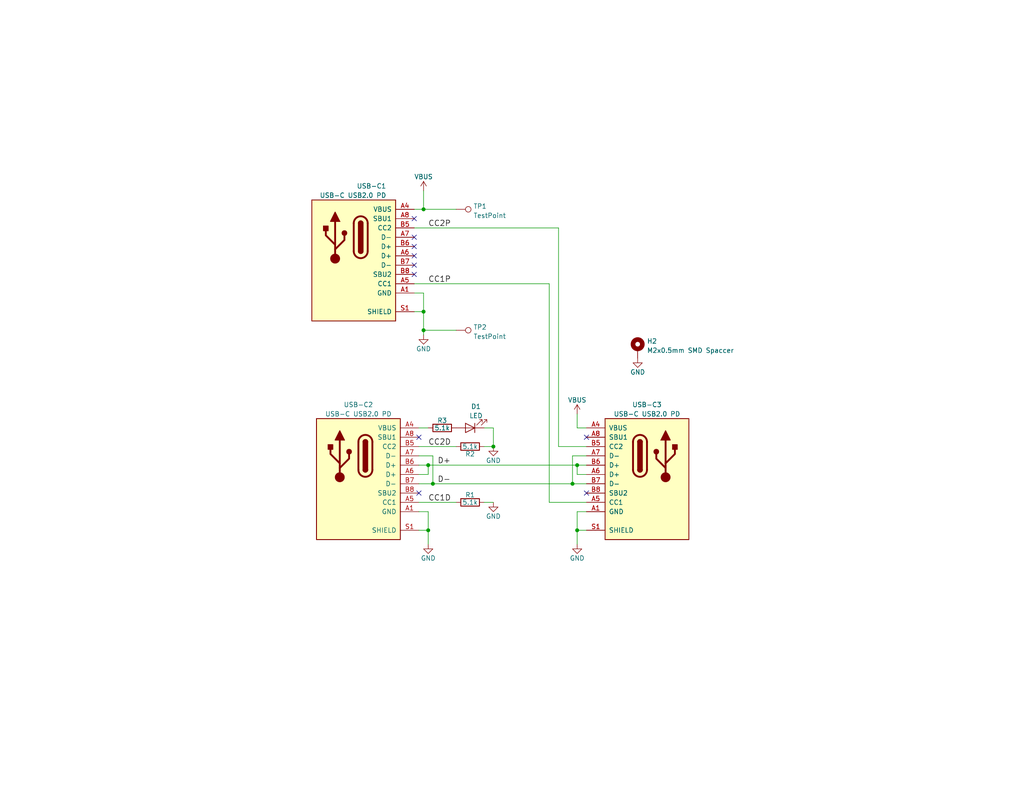
<source format=kicad_sch>
(kicad_sch (version 20230121) (generator eeschema)

  (uuid 9c9ff308-9f05-4495-8829-b9ddd550c875)

  (paper "USLetter")

  (title_block
    (title "PD-injector")
    (date "2022-09-27")
    (rev "V0.1")
  )

  (lib_symbols
    (symbol "Connector:TestPoint" (pin_numbers hide) (pin_names (offset 0.762) hide) (in_bom yes) (on_board yes)
      (property "Reference" "TP" (at 0 6.858 0)
        (effects (font (size 1.27 1.27)))
      )
      (property "Value" "TestPoint" (at 0 5.08 0)
        (effects (font (size 1.27 1.27)))
      )
      (property "Footprint" "" (at 5.08 0 0)
        (effects (font (size 1.27 1.27)) hide)
      )
      (property "Datasheet" "~" (at 5.08 0 0)
        (effects (font (size 1.27 1.27)) hide)
      )
      (property "ki_keywords" "test point tp" (at 0 0 0)
        (effects (font (size 1.27 1.27)) hide)
      )
      (property "ki_description" "test point" (at 0 0 0)
        (effects (font (size 1.27 1.27)) hide)
      )
      (property "ki_fp_filters" "Pin* Test*" (at 0 0 0)
        (effects (font (size 1.27 1.27)) hide)
      )
      (symbol "TestPoint_0_1"
        (circle (center 0 3.302) (radius 0.762)
          (stroke (width 0) (type default))
          (fill (type none))
        )
      )
      (symbol "TestPoint_1_1"
        (pin passive line (at 0 0 90) (length 2.54)
          (name "1" (effects (font (size 1.27 1.27))))
          (number "1" (effects (font (size 1.27 1.27))))
        )
      )
    )
    (symbol "Device:LED" (pin_numbers hide) (pin_names (offset 1.016) hide) (in_bom yes) (on_board yes)
      (property "Reference" "D" (at 0 2.54 0)
        (effects (font (size 1.27 1.27)))
      )
      (property "Value" "LED" (at 0 -2.54 0)
        (effects (font (size 1.27 1.27)))
      )
      (property "Footprint" "" (at 0 0 0)
        (effects (font (size 1.27 1.27)) hide)
      )
      (property "Datasheet" "~" (at 0 0 0)
        (effects (font (size 1.27 1.27)) hide)
      )
      (property "ki_keywords" "LED diode" (at 0 0 0)
        (effects (font (size 1.27 1.27)) hide)
      )
      (property "ki_description" "Light emitting diode" (at 0 0 0)
        (effects (font (size 1.27 1.27)) hide)
      )
      (property "ki_fp_filters" "LED* LED_SMD:* LED_THT:*" (at 0 0 0)
        (effects (font (size 1.27 1.27)) hide)
      )
      (symbol "LED_0_1"
        (polyline
          (pts
            (xy -1.27 -1.27)
            (xy -1.27 1.27)
          )
          (stroke (width 0.2032) (type default))
          (fill (type none))
        )
        (polyline
          (pts
            (xy -1.27 0)
            (xy 1.27 0)
          )
          (stroke (width 0) (type default))
          (fill (type none))
        )
        (polyline
          (pts
            (xy 1.27 -1.27)
            (xy 1.27 1.27)
            (xy -1.27 0)
            (xy 1.27 -1.27)
          )
          (stroke (width 0.2032) (type default))
          (fill (type none))
        )
        (polyline
          (pts
            (xy -3.048 -0.762)
            (xy -4.572 -2.286)
            (xy -3.81 -2.286)
            (xy -4.572 -2.286)
            (xy -4.572 -1.524)
          )
          (stroke (width 0) (type default))
          (fill (type none))
        )
        (polyline
          (pts
            (xy -1.778 -0.762)
            (xy -3.302 -2.286)
            (xy -2.54 -2.286)
            (xy -3.302 -2.286)
            (xy -3.302 -1.524)
          )
          (stroke (width 0) (type default))
          (fill (type none))
        )
      )
      (symbol "LED_1_1"
        (pin passive line (at -3.81 0 0) (length 2.54)
          (name "K" (effects (font (size 1.27 1.27))))
          (number "1" (effects (font (size 1.27 1.27))))
        )
        (pin passive line (at 3.81 0 180) (length 2.54)
          (name "A" (effects (font (size 1.27 1.27))))
          (number "2" (effects (font (size 1.27 1.27))))
        )
      )
    )
    (symbol "Device:R" (pin_numbers hide) (pin_names (offset 0)) (in_bom yes) (on_board yes)
      (property "Reference" "R" (at 2.032 0 90)
        (effects (font (size 1.27 1.27)))
      )
      (property "Value" "R" (at 0 0 90)
        (effects (font (size 1.27 1.27)))
      )
      (property "Footprint" "" (at -1.778 0 90)
        (effects (font (size 1.27 1.27)) hide)
      )
      (property "Datasheet" "~" (at 0 0 0)
        (effects (font (size 1.27 1.27)) hide)
      )
      (property "ki_keywords" "R res resistor" (at 0 0 0)
        (effects (font (size 1.27 1.27)) hide)
      )
      (property "ki_description" "Resistor" (at 0 0 0)
        (effects (font (size 1.27 1.27)) hide)
      )
      (property "ki_fp_filters" "R_*" (at 0 0 0)
        (effects (font (size 1.27 1.27)) hide)
      )
      (symbol "R_0_1"
        (rectangle (start -1.016 -2.54) (end 1.016 2.54)
          (stroke (width 0.254) (type default))
          (fill (type none))
        )
      )
      (symbol "R_1_1"
        (pin passive line (at 0 3.81 270) (length 1.27)
          (name "~" (effects (font (size 1.27 1.27))))
          (number "1" (effects (font (size 1.27 1.27))))
        )
        (pin passive line (at 0 -3.81 90) (length 1.27)
          (name "~" (effects (font (size 1.27 1.27))))
          (number "2" (effects (font (size 1.27 1.27))))
        )
      )
    )
    (symbol "Mechanical:MountingHole_Pad" (pin_numbers hide) (pin_names (offset 1.016) hide) (in_bom yes) (on_board yes)
      (property "Reference" "H" (at 0 6.35 0)
        (effects (font (size 1.27 1.27)))
      )
      (property "Value" "MountingHole_Pad" (at 0 4.445 0)
        (effects (font (size 1.27 1.27)))
      )
      (property "Footprint" "" (at 0 0 0)
        (effects (font (size 1.27 1.27)) hide)
      )
      (property "Datasheet" "~" (at 0 0 0)
        (effects (font (size 1.27 1.27)) hide)
      )
      (property "ki_keywords" "mounting hole" (at 0 0 0)
        (effects (font (size 1.27 1.27)) hide)
      )
      (property "ki_description" "Mounting Hole with connection" (at 0 0 0)
        (effects (font (size 1.27 1.27)) hide)
      )
      (property "ki_fp_filters" "MountingHole*Pad*" (at 0 0 0)
        (effects (font (size 1.27 1.27)) hide)
      )
      (symbol "MountingHole_Pad_0_1"
        (circle (center 0 1.27) (radius 1.27)
          (stroke (width 1.27) (type default))
          (fill (type none))
        )
      )
      (symbol "MountingHole_Pad_1_1"
        (pin input line (at 0 -2.54 90) (length 2.54)
          (name "1" (effects (font (size 1.27 1.27))))
          (number "1" (effects (font (size 1.27 1.27))))
        )
      )
    )
    (symbol "PD-Injector:JAE_DX07S016JA1R1500" (pin_names (offset 1.016)) (in_bom yes) (on_board yes)
      (property "Reference" "USB-C" (at -1.27 10.16 0)
        (effects (font (size 1.27 1.27)))
      )
      (property "Value" "USB-C USB2.0 PD" (at 0 12.7 0)
        (effects (font (size 1.27 1.27)))
      )
      (property "Footprint" "PD-Injector:JAE_DX07S016JA1R1500" (at 0 13.97 0)
        (effects (font (size 1.27 1.27)) hide)
      )
      (property "Datasheet" "" (at -27.94 10.16 90)
        (effects (font (size 1.27 1.27)) hide)
      )
      (symbol "JAE_DX07S016JA1R1500_0_1"
        (rectangle (start -11.43 8.89) (end 11.43 -24.13)
          (stroke (width 0.254) (type default))
          (fill (type background))
        )
        (arc (start -3.81 -5.08) (mid -1.905 -6.9767) (end 0 -5.08)
          (stroke (width 0.508) (type default))
          (fill (type none))
        )
        (arc (start -2.54 -5.08) (mid -1.905 -5.7123) (end -1.27 -5.08)
          (stroke (width 0.254) (type default))
          (fill (type none))
        )
        (arc (start -2.54 -5.08) (mid -1.905 -5.7123) (end -1.27 -5.08)
          (stroke (width 0.254) (type default))
          (fill (type outline))
        )
        (rectangle (start -2.54 -5.08) (end -1.27 2.54)
          (stroke (width 0.254) (type default))
          (fill (type outline))
        )
        (arc (start -1.27 2.54) (mid -1.905 3.1723) (end -2.54 2.54)
          (stroke (width 0.254) (type default))
          (fill (type none))
        )
        (arc (start -1.27 2.54) (mid -1.905 3.1723) (end -2.54 2.54)
          (stroke (width 0.254) (type default))
          (fill (type outline))
        )
        (polyline
          (pts
            (xy -3.81 -5.08)
            (xy -3.81 2.54)
          )
          (stroke (width 0.508) (type default))
          (fill (type none))
        )
        (polyline
          (pts
            (xy 0 2.54)
            (xy 0 -5.08)
          )
          (stroke (width 0.508) (type default))
          (fill (type none))
        )
        (polyline
          (pts
            (xy 5.08 -7.112)
            (xy 5.08 3.048)
          )
          (stroke (width 0.508) (type default))
          (fill (type none))
        )
        (polyline
          (pts
            (xy 5.08 -4.572)
            (xy 2.54 -2.032)
            (xy 2.54 -0.762)
          )
          (stroke (width 0.508) (type default))
          (fill (type none))
        )
        (polyline
          (pts
            (xy 5.08 -3.302)
            (xy 7.62 -0.762)
            (xy 7.62 0.508)
          )
          (stroke (width 0.508) (type default))
          (fill (type none))
        )
        (polyline
          (pts
            (xy 3.81 3.048)
            (xy 5.08 5.588)
            (xy 6.35 3.048)
            (xy 3.81 3.048)
          )
          (stroke (width 0.254) (type default))
          (fill (type outline))
        )
        (arc (start 0 2.54) (mid -1.905 4.4367) (end -3.81 2.54)
          (stroke (width 0.508) (type default))
          (fill (type none))
        )
        (circle (center 2.54 -0.127) (radius 0.635)
          (stroke (width 0.254) (type default))
          (fill (type outline))
        )
        (circle (center 5.08 -7.112) (radius 1.27)
          (stroke (width 0) (type default))
          (fill (type outline))
        )
        (rectangle (start 6.985 0.508) (end 8.255 1.778)
          (stroke (width 0.254) (type default))
          (fill (type outline))
        )
      )
      (symbol "JAE_DX07S016JA1R1500_1_1"
        (pin power_in line (at -16.51 -16.51 0) (length 5.08)
          (name "GND" (effects (font (size 1.27 1.27))))
          (number "A1" (effects (font (size 1.27 1.27))))
        )
        (pin passive line (at -16.51 -16.51 0) (length 5.08) hide
          (name "GND" (effects (font (size 1.27 1.27))))
          (number "A12" (effects (font (size 1.27 1.27))))
        )
        (pin power_in line (at -16.51 6.35 0) (length 5.08)
          (name "VBUS" (effects (font (size 1.27 1.27))))
          (number "A4" (effects (font (size 1.27 1.27))))
        )
        (pin bidirectional line (at -16.51 -13.97 0) (length 5.08)
          (name "CC1" (effects (font (size 1.27 1.27))))
          (number "A5" (effects (font (size 1.27 1.27))))
        )
        (pin bidirectional line (at -16.51 -6.35 0) (length 5.08)
          (name "D+" (effects (font (size 1.27 1.27))))
          (number "A6" (effects (font (size 1.27 1.27))))
        )
        (pin bidirectional line (at -16.51 -1.27 0) (length 5.08)
          (name "D-" (effects (font (size 1.27 1.27))))
          (number "A7" (effects (font (size 1.27 1.27))))
        )
        (pin bidirectional line (at -16.51 3.81 0) (length 5.08)
          (name "SBU1" (effects (font (size 1.27 1.27))))
          (number "A8" (effects (font (size 1.27 1.27))))
        )
        (pin passive line (at -16.51 6.35 0) (length 5.08) hide
          (name "VBUS" (effects (font (size 1.27 1.27))))
          (number "A9" (effects (font (size 1.27 1.27))))
        )
        (pin passive line (at -16.51 -16.51 0) (length 5.08) hide
          (name "GND" (effects (font (size 1.27 1.27))))
          (number "B1" (effects (font (size 1.27 1.27))))
        )
        (pin passive line (at -16.51 -16.51 0) (length 5.08) hide
          (name "GND" (effects (font (size 1.27 1.27))))
          (number "B12" (effects (font (size 1.27 1.27))))
        )
        (pin passive line (at -16.51 6.35 0) (length 5.08) hide
          (name "VBUS" (effects (font (size 1.27 1.27))))
          (number "B4" (effects (font (size 1.27 1.27))))
        )
        (pin bidirectional line (at -16.51 1.27 0) (length 5.08)
          (name "CC2" (effects (font (size 1.27 1.27))))
          (number "B5" (effects (font (size 1.27 1.27))))
        )
        (pin bidirectional line (at -16.51 -3.81 0) (length 5.08)
          (name "D+" (effects (font (size 1.27 1.27))))
          (number "B6" (effects (font (size 1.27 1.27))))
        )
        (pin bidirectional line (at -16.51 -8.89 0) (length 5.08)
          (name "D-" (effects (font (size 1.27 1.27))))
          (number "B7" (effects (font (size 1.27 1.27))))
        )
        (pin bidirectional line (at -16.51 -11.43 0) (length 5.08)
          (name "SBU2" (effects (font (size 1.27 1.27))))
          (number "B8" (effects (font (size 1.27 1.27))))
        )
        (pin passive line (at -16.51 6.35 0) (length 5.08) hide
          (name "VBUS" (effects (font (size 1.27 1.27))))
          (number "B9" (effects (font (size 1.27 1.27))))
        )
        (pin passive line (at -16.51 -21.59 0) (length 5.08)
          (name "SHIELD" (effects (font (size 1.27 1.27))))
          (number "S1" (effects (font (size 1.27 1.27))))
        )
        (pin passive line (at -16.51 -21.59 0) (length 5.08) hide
          (name "SHIELD" (effects (font (size 1.27 1.27))))
          (number "S2" (effects (font (size 1.27 1.27))))
        )
        (pin passive line (at -16.51 -21.59 0) (length 5.08) hide
          (name "SHIELD" (effects (font (size 1.27 1.27))))
          (number "S3" (effects (font (size 1.27 1.27))))
        )
        (pin passive line (at -16.51 -21.59 0) (length 5.08) hide
          (name "SHIELD" (effects (font (size 1.27 1.27))))
          (number "S4" (effects (font (size 1.27 1.27))))
        )
        (pin passive line (at -16.51 -21.59 0) (length 5.08) hide
          (name "SHIELD" (effects (font (size 1.27 1.27))))
          (number "S5" (effects (font (size 1.27 1.27))))
        )
        (pin passive line (at -16.51 -21.59 0) (length 5.08) hide
          (name "SHIELD" (effects (font (size 1.27 1.27))))
          (number "S6" (effects (font (size 1.27 1.27))))
        )
      )
    )
    (symbol "power:GND" (power) (pin_names (offset 0)) (in_bom yes) (on_board yes)
      (property "Reference" "#PWR" (at 0 -6.35 0)
        (effects (font (size 1.27 1.27)) hide)
      )
      (property "Value" "GND" (at 0 -3.81 0)
        (effects (font (size 1.27 1.27)))
      )
      (property "Footprint" "" (at 0 0 0)
        (effects (font (size 1.27 1.27)) hide)
      )
      (property "Datasheet" "" (at 0 0 0)
        (effects (font (size 1.27 1.27)) hide)
      )
      (property "ki_keywords" "power-flag" (at 0 0 0)
        (effects (font (size 1.27 1.27)) hide)
      )
      (property "ki_description" "Power symbol creates a global label with name \"GND\" , ground" (at 0 0 0)
        (effects (font (size 1.27 1.27)) hide)
      )
      (symbol "GND_0_1"
        (polyline
          (pts
            (xy 0 0)
            (xy 0 -1.27)
            (xy 1.27 -1.27)
            (xy 0 -2.54)
            (xy -1.27 -1.27)
            (xy 0 -1.27)
          )
          (stroke (width 0) (type default))
          (fill (type none))
        )
      )
      (symbol "GND_1_1"
        (pin power_in line (at 0 0 270) (length 0) hide
          (name "GND" (effects (font (size 1.27 1.27))))
          (number "1" (effects (font (size 1.27 1.27))))
        )
      )
    )
    (symbol "power:VBUS" (power) (pin_names (offset 0)) (in_bom yes) (on_board yes)
      (property "Reference" "#PWR" (at 0 -3.81 0)
        (effects (font (size 1.27 1.27)) hide)
      )
      (property "Value" "VBUS" (at 0 3.81 0)
        (effects (font (size 1.27 1.27)))
      )
      (property "Footprint" "" (at 0 0 0)
        (effects (font (size 1.27 1.27)) hide)
      )
      (property "Datasheet" "" (at 0 0 0)
        (effects (font (size 1.27 1.27)) hide)
      )
      (property "ki_keywords" "power-flag" (at 0 0 0)
        (effects (font (size 1.27 1.27)) hide)
      )
      (property "ki_description" "Power symbol creates a global label with name \"VBUS\"" (at 0 0 0)
        (effects (font (size 1.27 1.27)) hide)
      )
      (symbol "VBUS_0_1"
        (polyline
          (pts
            (xy -0.762 1.27)
            (xy 0 2.54)
          )
          (stroke (width 0) (type default))
          (fill (type none))
        )
        (polyline
          (pts
            (xy 0 0)
            (xy 0 2.54)
          )
          (stroke (width 0) (type default))
          (fill (type none))
        )
        (polyline
          (pts
            (xy 0 2.54)
            (xy 0.762 1.27)
          )
          (stroke (width 0) (type default))
          (fill (type none))
        )
      )
      (symbol "VBUS_1_1"
        (pin power_in line (at 0 0 90) (length 0) hide
          (name "VBUS" (effects (font (size 1.27 1.27))))
          (number "1" (effects (font (size 1.27 1.27))))
        )
      )
    )
  )

  (junction (at 156.21 132.08) (diameter 0) (color 0 0 0 0)
    (uuid 0500dc97-a39f-475f-8d20-0c7004c8f601)
  )
  (junction (at 157.48 127) (diameter 0) (color 0 0 0 0)
    (uuid 0df7d54c-dedc-4f4b-87bc-65db4d4b3314)
  )
  (junction (at 115.57 90.17) (diameter 0) (color 0 0 0 0)
    (uuid 1fc75ec9-39fa-4236-99ec-fe6372f59e35)
  )
  (junction (at 116.84 127) (diameter 0) (color 0 0 0 0)
    (uuid 40db085a-9604-40c5-9964-e0f352f4c0bd)
  )
  (junction (at 116.84 144.78) (diameter 0) (color 0 0 0 0)
    (uuid 53533e48-d9c0-492e-8169-95c6ed84c886)
  )
  (junction (at 115.57 57.15) (diameter 0) (color 0 0 0 0)
    (uuid 75115a03-09da-49ff-9d4a-b074ab7bb9a8)
  )
  (junction (at 134.62 121.92) (diameter 0) (color 0 0 0 0)
    (uuid 894339b8-3c85-43b6-add1-3071939e5b0e)
  )
  (junction (at 157.48 144.78) (diameter 0) (color 0 0 0 0)
    (uuid a1a7a8b1-ab0c-4684-9933-7f0f96a077ec)
  )
  (junction (at 118.11 132.08) (diameter 0) (color 0 0 0 0)
    (uuid d57bd319-1a04-4760-ac96-efda88bdfb25)
  )
  (junction (at 115.57 85.09) (diameter 0) (color 0 0 0 0)
    (uuid f4b8a7b5-6ccb-471e-8381-56e14130fa24)
  )

  (no_connect (at 113.03 69.85) (uuid 05b5eb15-1fa6-4d39-bc67-27e35447f6cf))
  (no_connect (at 113.03 74.93) (uuid 0f04c5da-f9a7-4367-828a-84d113140002))
  (no_connect (at 114.3 134.62) (uuid 137fd3a0-5a10-4222-882c-673468ceb7ee))
  (no_connect (at 113.03 59.69) (uuid 1c7f8034-129f-4cdd-b6e3-ae6385670ebd))
  (no_connect (at 113.03 72.39) (uuid 306cd53d-d55e-4062-b18c-0bac9896f192))
  (no_connect (at 160.02 119.38) (uuid 5f368059-de1e-401d-a0cc-314b640ffe5c))
  (no_connect (at 114.3 119.38) (uuid a162dd69-8f8c-4f6d-ad84-8a2ebac6df3a))
  (no_connect (at 113.03 67.31) (uuid ac6bd86b-cd13-4107-aa70-9b82bbc6bde3))
  (no_connect (at 113.03 64.77) (uuid d0f1ee50-bb2e-4413-aef3-65f71afe4806))
  (no_connect (at 160.02 134.62) (uuid da849e53-4500-4037-af6e-2fb6584e2086))

  (wire (pts (xy 115.57 90.17) (xy 115.57 91.44))
    (stroke (width 0) (type default))
    (uuid 03e39b98-f1b2-476e-a6a8-38dbb7b230ec)
  )
  (wire (pts (xy 157.48 139.7) (xy 157.48 144.78))
    (stroke (width 0) (type default))
    (uuid 12cd8a29-a099-4467-ab35-d0e24726d8a8)
  )
  (wire (pts (xy 114.3 137.16) (xy 124.46 137.16))
    (stroke (width 0) (type default))
    (uuid 165efadf-2788-469d-a55d-18abccd2bea0)
  )
  (wire (pts (xy 157.48 144.78) (xy 160.02 144.78))
    (stroke (width 0) (type default))
    (uuid 1923cb25-6cf5-4bd1-8678-1146b6342aab)
  )
  (wire (pts (xy 156.21 124.46) (xy 156.21 132.08))
    (stroke (width 0) (type default))
    (uuid 22a3b363-8588-465f-9440-37bf1ebb57f6)
  )
  (wire (pts (xy 157.48 127) (xy 160.02 127))
    (stroke (width 0) (type default))
    (uuid 281d08c8-2f18-475e-99fb-636e0dc668be)
  )
  (wire (pts (xy 149.86 77.47) (xy 149.86 137.16))
    (stroke (width 0) (type default))
    (uuid 3862dc9e-cf1f-485e-8dcc-592993ae2ab5)
  )
  (wire (pts (xy 116.84 139.7) (xy 116.84 144.78))
    (stroke (width 0) (type default))
    (uuid 3b9c60a3-6d47-4be4-a83f-859e55e6fba5)
  )
  (wire (pts (xy 114.3 121.92) (xy 124.46 121.92))
    (stroke (width 0) (type default))
    (uuid 3f4cf3a7-47ce-4d58-84fd-c32716adf619)
  )
  (wire (pts (xy 118.11 124.46) (xy 118.11 132.08))
    (stroke (width 0) (type default))
    (uuid 43d8eb95-dc39-4090-a0c2-fd42dc175225)
  )
  (wire (pts (xy 157.48 113.03) (xy 157.48 116.84))
    (stroke (width 0) (type default))
    (uuid 4cc30955-b917-431e-8aa9-b78d87318f23)
  )
  (wire (pts (xy 157.48 116.84) (xy 160.02 116.84))
    (stroke (width 0) (type default))
    (uuid 53e797dc-d1a5-4817-80cd-8815739119fc)
  )
  (wire (pts (xy 160.02 139.7) (xy 157.48 139.7))
    (stroke (width 0) (type default))
    (uuid 551e0ff5-2862-4259-b551-2785da21d470)
  )
  (wire (pts (xy 160.02 124.46) (xy 156.21 124.46))
    (stroke (width 0) (type default))
    (uuid 57705189-bfcf-4a4e-aa9e-505054dfa2c8)
  )
  (wire (pts (xy 134.62 137.16) (xy 132.08 137.16))
    (stroke (width 0) (type default))
    (uuid 5ae8b535-1a34-4cc9-882d-bc414d9aade0)
  )
  (wire (pts (xy 115.57 80.01) (xy 113.03 80.01))
    (stroke (width 0) (type default))
    (uuid 746445cb-d17c-4eb7-aa7f-f17829013b94)
  )
  (wire (pts (xy 115.57 57.15) (xy 113.03 57.15))
    (stroke (width 0) (type default))
    (uuid 7c388bfc-80f8-4679-b535-fb9df667d28e)
  )
  (wire (pts (xy 132.08 121.92) (xy 134.62 121.92))
    (stroke (width 0) (type default))
    (uuid 8238dbaa-d878-4939-8896-a83037769188)
  )
  (wire (pts (xy 118.11 132.08) (xy 156.21 132.08))
    (stroke (width 0) (type default))
    (uuid 842ac748-2241-4e91-b4cc-ac4896a1f66c)
  )
  (wire (pts (xy 156.21 132.08) (xy 160.02 132.08))
    (stroke (width 0) (type default))
    (uuid 8a3a4d50-7c5a-428c-bbac-67f22a931019)
  )
  (wire (pts (xy 124.46 57.15) (xy 115.57 57.15))
    (stroke (width 0) (type default))
    (uuid 93e0ef27-1874-483e-8d72-340204af3320)
  )
  (wire (pts (xy 113.03 62.23) (xy 152.4 62.23))
    (stroke (width 0) (type default))
    (uuid 9f7f67a7-98aa-4035-9fbe-ded40dbbba24)
  )
  (wire (pts (xy 152.4 121.92) (xy 160.02 121.92))
    (stroke (width 0) (type default))
    (uuid 9ff8da50-553f-4a11-aceb-657947f83915)
  )
  (wire (pts (xy 114.3 132.08) (xy 118.11 132.08))
    (stroke (width 0) (type default))
    (uuid ab75280b-fe1c-4e24-bf65-754f43c01564)
  )
  (wire (pts (xy 116.84 127) (xy 114.3 127))
    (stroke (width 0) (type default))
    (uuid b1714a99-4544-4aec-8804-b6a5e2b6fef7)
  )
  (wire (pts (xy 160.02 137.16) (xy 149.86 137.16))
    (stroke (width 0) (type default))
    (uuid b85132ec-8db5-4bbb-8836-343e3d80032d)
  )
  (wire (pts (xy 115.57 52.07) (xy 115.57 57.15))
    (stroke (width 0) (type default))
    (uuid bc79d849-a79f-4302-a1eb-7a5325c9806d)
  )
  (wire (pts (xy 116.84 127) (xy 157.48 127))
    (stroke (width 0) (type default))
    (uuid bf72c5f5-2014-4b87-a672-d740fd0ac5bb)
  )
  (wire (pts (xy 160.02 129.54) (xy 157.48 129.54))
    (stroke (width 0) (type default))
    (uuid bf965e36-8276-4a17-b433-34678a7fcdd4)
  )
  (wire (pts (xy 134.62 116.84) (xy 134.62 121.92))
    (stroke (width 0) (type default))
    (uuid c9fc8f1c-7dc1-49bf-80c6-8269688d79ff)
  )
  (wire (pts (xy 114.3 116.84) (xy 116.84 116.84))
    (stroke (width 0) (type default))
    (uuid cd1fe176-dd68-4731-96cf-6bd42da6dd9b)
  )
  (wire (pts (xy 152.4 121.92) (xy 152.4 62.23))
    (stroke (width 0) (type default))
    (uuid ce1d3627-b74a-426a-8788-cc78337bed6a)
  )
  (wire (pts (xy 116.84 144.78) (xy 114.3 144.78))
    (stroke (width 0) (type default))
    (uuid d04105d8-e5f8-4400-a9a8-e64ad350c859)
  )
  (wire (pts (xy 115.57 90.17) (xy 124.46 90.17))
    (stroke (width 0) (type default))
    (uuid d190d2a3-aab3-477e-ae6f-02bfc82f8765)
  )
  (wire (pts (xy 115.57 80.01) (xy 115.57 85.09))
    (stroke (width 0) (type default))
    (uuid d42614a4-7ab6-4c4e-941c-d834979a8fdc)
  )
  (wire (pts (xy 115.57 85.09) (xy 115.57 90.17))
    (stroke (width 0) (type default))
    (uuid d429e56d-33b2-4df4-bba9-7c473e45b199)
  )
  (wire (pts (xy 116.84 127) (xy 116.84 129.54))
    (stroke (width 0) (type default))
    (uuid d4f62aa8-4524-4d2b-9844-83c241fc1108)
  )
  (wire (pts (xy 157.48 144.78) (xy 157.48 148.59))
    (stroke (width 0) (type default))
    (uuid d7a06aa8-8a4c-477b-b3b7-1fa65aea5c41)
  )
  (wire (pts (xy 116.84 129.54) (xy 114.3 129.54))
    (stroke (width 0) (type default))
    (uuid da48f8fa-8e74-41d3-8b44-b7ee16151ca7)
  )
  (wire (pts (xy 116.84 144.78) (xy 116.84 148.59))
    (stroke (width 0) (type default))
    (uuid ddc42df6-259b-4251-a1ca-b7066f89838e)
  )
  (wire (pts (xy 132.08 116.84) (xy 134.62 116.84))
    (stroke (width 0) (type default))
    (uuid df5b377e-7805-413a-b986-194d848ab7bf)
  )
  (wire (pts (xy 113.03 77.47) (xy 149.86 77.47))
    (stroke (width 0) (type default))
    (uuid e3173f0c-b72a-42f3-9639-cf1ad5ec0252)
  )
  (wire (pts (xy 114.3 124.46) (xy 118.11 124.46))
    (stroke (width 0) (type default))
    (uuid e83ae627-1a13-4835-a949-6bc6856721f0)
  )
  (wire (pts (xy 114.3 139.7) (xy 116.84 139.7))
    (stroke (width 0) (type default))
    (uuid ea962f10-8e52-4542-b95f-ede450ee703d)
  )
  (wire (pts (xy 115.57 85.09) (xy 113.03 85.09))
    (stroke (width 0) (type default))
    (uuid f12a0f08-303a-4d0d-a004-ab7c03c7a091)
  )
  (wire (pts (xy 157.48 129.54) (xy 157.48 127))
    (stroke (width 0) (type default))
    (uuid f199b5bd-b2d6-4ef0-ba74-458945407352)
  )

  (label "CC2P" (at 116.84 62.23 0) (fields_autoplaced)
    (effects (font (size 1.524 1.524)) (justify left bottom))
    (uuid 16966e94-6db6-45a0-a4d3-266b9631230b)
  )
  (label "D-" (at 119.38 132.08 0) (fields_autoplaced)
    (effects (font (size 1.524 1.524)) (justify left bottom))
    (uuid 380b5037-151c-4805-90db-351aa2a35948)
  )
  (label "CC1P" (at 116.84 77.47 0) (fields_autoplaced)
    (effects (font (size 1.524 1.524)) (justify left bottom))
    (uuid abf95e73-4d1f-4227-b4b6-733f908c6c70)
  )
  (label "CC2D" (at 116.84 121.92 0) (fields_autoplaced)
    (effects (font (size 1.524 1.524)) (justify left bottom))
    (uuid bbf70c1b-af66-4a0a-88dc-8c4d9e80836f)
  )
  (label "D+" (at 119.38 127 0) (fields_autoplaced)
    (effects (font (size 1.524 1.524)) (justify left bottom))
    (uuid c496c4df-bdec-419b-bf5a-073ffb18fca8)
  )
  (label "CC1D" (at 116.84 137.16 0) (fields_autoplaced)
    (effects (font (size 1.524 1.524)) (justify left bottom))
    (uuid e26f5637-1ec3-4478-9359-2f1fc24984cf)
  )

  (symbol (lib_id "power:VBUS") (at 115.57 52.07 0) (unit 1)
    (in_bom yes) (on_board yes) (dnp no)
    (uuid 00000000-0000-0000-0000-000059860d74)
    (property "Reference" "#PWR01" (at 115.57 55.88 0)
      (effects (font (size 1.27 1.27)) hide)
    )
    (property "Value" "VBUS" (at 115.57 48.26 0)
      (effects (font (size 1.27 1.27)))
    )
    (property "Footprint" "" (at 115.57 52.07 0)
      (effects (font (size 1.27 1.27)) hide)
    )
    (property "Datasheet" "" (at 115.57 52.07 0)
      (effects (font (size 1.27 1.27)) hide)
    )
    (pin "1" (uuid 9cb0c9d1-3b74-47b4-ad23-4acd6d040aaf))
    (instances
      (project "PD-Injector"
        (path "/9c9ff308-9f05-4495-8829-b9ddd550c875"
          (reference "#PWR01") (unit 1)
        )
      )
    )
  )

  (symbol (lib_id "power:GND") (at 115.57 91.44 0) (unit 1)
    (in_bom yes) (on_board yes) (dnp no)
    (uuid 00000000-0000-0000-0000-000059860ed6)
    (property "Reference" "#PWR02" (at 115.57 97.79 0)
      (effects (font (size 1.27 1.27)) hide)
    )
    (property "Value" "GND" (at 115.57 95.25 0)
      (effects (font (size 1.27 1.27)))
    )
    (property "Footprint" "" (at 115.57 91.44 0)
      (effects (font (size 1.27 1.27)) hide)
    )
    (property "Datasheet" "" (at 115.57 91.44 0)
      (effects (font (size 1.27 1.27)) hide)
    )
    (pin "1" (uuid 3eacee1c-5242-403d-8737-af30f08621f0))
    (instances
      (project "PD-Injector"
        (path "/9c9ff308-9f05-4495-8829-b9ddd550c875"
          (reference "#PWR02") (unit 1)
        )
      )
    )
  )

  (symbol (lib_id "power:GND") (at 116.84 148.59 0) (unit 1)
    (in_bom yes) (on_board yes) (dnp no)
    (uuid 00000000-0000-0000-0000-000059860f61)
    (property "Reference" "#PWR03" (at 116.84 154.94 0)
      (effects (font (size 1.27 1.27)) hide)
    )
    (property "Value" "GND" (at 116.84 152.4 0)
      (effects (font (size 1.27 1.27)))
    )
    (property "Footprint" "" (at 116.84 148.59 0)
      (effects (font (size 1.27 1.27)) hide)
    )
    (property "Datasheet" "" (at 116.84 148.59 0)
      (effects (font (size 1.27 1.27)) hide)
    )
    (pin "1" (uuid 0c7c22cb-6a01-443a-b9c4-0ef9224605cf))
    (instances
      (project "PD-Injector"
        (path "/9c9ff308-9f05-4495-8829-b9ddd550c875"
          (reference "#PWR03") (unit 1)
        )
      )
    )
  )

  (symbol (lib_id "power:GND") (at 157.48 148.59 0) (mirror y) (unit 1)
    (in_bom yes) (on_board yes) (dnp no)
    (uuid 00000000-0000-0000-0000-000059860fea)
    (property "Reference" "#PWR04" (at 157.48 154.94 0)
      (effects (font (size 1.27 1.27)) hide)
    )
    (property "Value" "GND" (at 157.48 152.4 0)
      (effects (font (size 1.27 1.27)))
    )
    (property "Footprint" "" (at 157.48 148.59 0)
      (effects (font (size 1.27 1.27)) hide)
    )
    (property "Datasheet" "" (at 157.48 148.59 0)
      (effects (font (size 1.27 1.27)) hide)
    )
    (pin "1" (uuid 10cb109a-aa58-4332-a423-d4a0a98fc439))
    (instances
      (project "PD-Injector"
        (path "/9c9ff308-9f05-4495-8829-b9ddd550c875"
          (reference "#PWR04") (unit 1)
        )
      )
    )
  )

  (symbol (lib_id "power:VBUS") (at 157.48 113.03 0) (mirror y) (unit 1)
    (in_bom yes) (on_board yes) (dnp no)
    (uuid 00000000-0000-0000-0000-000059861053)
    (property "Reference" "#PWR05" (at 157.48 116.84 0)
      (effects (font (size 1.27 1.27)) hide)
    )
    (property "Value" "VBUS" (at 157.48 109.22 0)
      (effects (font (size 1.27 1.27)))
    )
    (property "Footprint" "" (at 157.48 113.03 0)
      (effects (font (size 1.27 1.27)) hide)
    )
    (property "Datasheet" "" (at 157.48 113.03 0)
      (effects (font (size 1.27 1.27)) hide)
    )
    (pin "1" (uuid c1e32d01-7e78-497b-a41c-66faca7e3702))
    (instances
      (project "PD-Injector"
        (path "/9c9ff308-9f05-4495-8829-b9ddd550c875"
          (reference "#PWR05") (unit 1)
        )
      )
    )
  )

  (symbol (lib_id "Device:R") (at 128.27 121.92 270) (unit 1)
    (in_bom yes) (on_board yes) (dnp no)
    (uuid 00000000-0000-0000-0000-000059863cca)
    (property "Reference" "R2" (at 128.27 123.952 90)
      (effects (font (size 1.27 1.27)))
    )
    (property "Value" "5.1k" (at 128.27 121.92 90)
      (effects (font (size 1.27 1.27)))
    )
    (property "Footprint" "Resistor_SMD:R_0402_1005Metric" (at 128.27 120.142 90)
      (effects (font (size 1.27 1.27)) hide)
    )
    (property "Datasheet" "" (at 128.27 121.92 0)
      (effects (font (size 1.27 1.27)) hide)
    )
    (pin "1" (uuid 421687f8-608a-435d-9fbb-4bd117ed0d23))
    (pin "2" (uuid a8ade66a-509d-47d5-b1a6-225a8a6b9ac8))
    (instances
      (project "PD-Injector"
        (path "/9c9ff308-9f05-4495-8829-b9ddd550c875"
          (reference "R2") (unit 1)
        )
      )
    )
  )

  (symbol (lib_id "power:GND") (at 134.62 121.92 0) (unit 1)
    (in_bom yes) (on_board yes) (dnp no)
    (uuid 00000000-0000-0000-0000-000059863fab)
    (property "Reference" "#PWR08" (at 134.62 128.27 0)
      (effects (font (size 1.27 1.27)) hide)
    )
    (property "Value" "GND" (at 134.62 125.73 0)
      (effects (font (size 1.27 1.27)))
    )
    (property "Footprint" "" (at 134.62 121.92 0)
      (effects (font (size 1.27 1.27)) hide)
    )
    (property "Datasheet" "" (at 134.62 121.92 0)
      (effects (font (size 1.27 1.27)) hide)
    )
    (pin "1" (uuid 223362b2-0527-427a-ab85-b4a3395e5cf8))
    (instances
      (project "PD-Injector"
        (path "/9c9ff308-9f05-4495-8829-b9ddd550c875"
          (reference "#PWR08") (unit 1)
        )
      )
    )
  )

  (symbol (lib_id "power:GND") (at 173.99 97.79 0) (unit 1)
    (in_bom yes) (on_board yes) (dnp no)
    (uuid 10419ece-07d8-4b7e-81ce-cfbca4fc7a5f)
    (property "Reference" "#PWR0101" (at 173.99 104.14 0)
      (effects (font (size 1.27 1.27)) hide)
    )
    (property "Value" "GND" (at 173.99 101.6 0)
      (effects (font (size 1.27 1.27)))
    )
    (property "Footprint" "" (at 173.99 97.79 0)
      (effects (font (size 1.27 1.27)) hide)
    )
    (property "Datasheet" "" (at 173.99 97.79 0)
      (effects (font (size 1.27 1.27)) hide)
    )
    (pin "1" (uuid a9ad3bbe-6d09-4616-9b99-d80954f7d7ed))
    (instances
      (project "PD-Injector"
        (path "/9c9ff308-9f05-4495-8829-b9ddd550c875"
          (reference "#PWR0101") (unit 1)
        )
      )
    )
  )

  (symbol (lib_id "Connector:TestPoint") (at 124.46 90.17 270) (unit 1)
    (in_bom no) (on_board yes) (dnp no) (fields_autoplaced)
    (uuid 127fd074-fb90-4726-b143-d97766dff79b)
    (property "Reference" "TP2" (at 129.159 89.3353 90)
      (effects (font (size 1.27 1.27)) (justify left))
    )
    (property "Value" "TestPoint" (at 129.159 91.8722 90)
      (effects (font (size 1.27 1.27)) (justify left))
    )
    (property "Footprint" "TestPoint:TestPoint_Pad_D2.0mm" (at 124.46 95.25 0)
      (effects (font (size 1.27 1.27)) hide)
    )
    (property "Datasheet" "~" (at 124.46 95.25 0)
      (effects (font (size 1.27 1.27)) hide)
    )
    (pin "1" (uuid 6a58a798-da1f-4f89-bf3d-da728d30904e))
    (instances
      (project "PD-Injector"
        (path "/9c9ff308-9f05-4495-8829-b9ddd550c875"
          (reference "TP2") (unit 1)
        )
      )
    )
  )

  (symbol (lib_id "Device:R") (at 128.27 137.16 90) (unit 1)
    (in_bom yes) (on_board yes) (dnp no)
    (uuid 1fad0337-e51c-4fa1-aa70-c3fc023d66bf)
    (property "Reference" "R1" (at 128.27 135.128 90)
      (effects (font (size 1.27 1.27)))
    )
    (property "Value" "5.1k" (at 128.27 137.16 90)
      (effects (font (size 1.27 1.27)))
    )
    (property "Footprint" "Resistor_SMD:R_0402_1005Metric" (at 128.27 138.938 90)
      (effects (font (size 1.27 1.27)) hide)
    )
    (property "Datasheet" "" (at 128.27 137.16 0)
      (effects (font (size 1.27 1.27)) hide)
    )
    (pin "1" (uuid 5f063fd1-32f2-4ba3-b6cc-603a338710cd))
    (pin "2" (uuid 70a662f3-6d46-432b-b747-da8a71e9092c))
    (instances
      (project "PD-Injector"
        (path "/9c9ff308-9f05-4495-8829-b9ddd550c875"
          (reference "R1") (unit 1)
        )
      )
    )
  )

  (symbol (lib_id "PD-Injector:JAE_DX07S016JA1R1500") (at 97.79 123.19 0) (mirror y) (unit 1)
    (in_bom yes) (on_board yes) (dnp no)
    (uuid 221df6a4-8304-4651-8261-b579b587d1ae)
    (property "Reference" "USB-C2" (at 97.79 110.49 0)
      (effects (font (size 1.27 1.27)))
    )
    (property "Value" "USB-C USB2.0 PD" (at 97.79 113.03 0)
      (effects (font (size 1.27 1.27)))
    )
    (property "Footprint" "PD-Injector:JAE_DX07S016JA1R1500" (at 97.79 109.22 0)
      (effects (font (size 1.27 1.27)) hide)
    )
    (property "Datasheet" "https://www.usb.org/sites/default/files/documents/usb_type-c.zip" (at 125.73 113.03 90)
      (effects (font (size 1.27 1.27)) hide)
    )
    (pin "A1" (uuid fe3b9859-3bef-4cdf-9e16-2fd055583260))
    (pin "A12" (uuid 0313e183-7988-43a8-89a6-ca5bc20c21af))
    (pin "A4" (uuid a8b5fe82-e08a-4c5c-9cd3-3237fa4927d3))
    (pin "A5" (uuid 11200e31-19f2-418d-a8c1-5a6f29d27434))
    (pin "A6" (uuid e7ee0c44-f66c-47e0-8dac-c7790a9173e0))
    (pin "A7" (uuid 0f89f98c-f56a-451a-81e0-88982ef4f6fa))
    (pin "A8" (uuid c2676f84-9d21-429c-8785-e90ea96b07fd))
    (pin "A9" (uuid 88a21929-9933-4026-ab33-0d6dcfd83f26))
    (pin "B1" (uuid f28d428d-16fc-4fda-95ed-e6e6758b89c0))
    (pin "B12" (uuid 4b9cad75-e230-4333-966b-bb4746a577ea))
    (pin "B4" (uuid 22571b76-7f05-4939-9434-7fc4bd8fd63b))
    (pin "B5" (uuid a30ecbe4-0061-4a4e-b579-ef1ec7f901d7))
    (pin "B6" (uuid 9083f88d-cd93-44e6-a06d-c997bacc6d4d))
    (pin "B7" (uuid 94d3a521-8973-4267-ae12-8bba0358d51e))
    (pin "B8" (uuid 8925d03d-3ebf-41f6-a19e-809763f91cf9))
    (pin "B9" (uuid 4b5ddb94-b705-4d30-a17b-35ff79be7b6c))
    (pin "S1" (uuid c6d9bf83-3656-459c-889f-b0029b15bade))
    (pin "S2" (uuid 1bbedc5a-2789-4e7b-8492-d3970e5c2620))
    (pin "S3" (uuid 8347ba25-6fde-4726-8b36-43a86c58a620))
    (pin "S4" (uuid 2c096789-cd01-4531-8fba-e0e71451a3b5))
    (pin "S5" (uuid 7b5fe300-8c05-43af-98c1-97f359be8014))
    (pin "S6" (uuid bc1bf80e-5dd7-4a75-8cef-24970eeb587d))
    (instances
      (project "PD-Injector"
        (path "/9c9ff308-9f05-4495-8829-b9ddd550c875"
          (reference "USB-C2") (unit 1)
        )
      )
    )
  )

  (symbol (lib_id "Device:R") (at 120.65 116.84 90) (unit 1)
    (in_bom yes) (on_board yes) (dnp no)
    (uuid 223f621f-8abf-45c8-8712-8588e136e18b)
    (property "Reference" "R3" (at 120.65 114.808 90)
      (effects (font (size 1.27 1.27)))
    )
    (property "Value" "5.1k" (at 120.65 116.84 90)
      (effects (font (size 1.27 1.27)))
    )
    (property "Footprint" "Resistor_SMD:R_0402_1005Metric" (at 120.65 118.618 90)
      (effects (font (size 1.27 1.27)) hide)
    )
    (property "Datasheet" "" (at 120.65 116.84 0)
      (effects (font (size 1.27 1.27)) hide)
    )
    (pin "1" (uuid 7aeabfcf-7a74-4f29-bf4c-bc5d81c89f2a))
    (pin "2" (uuid b5377976-3228-40a5-b679-53c80e15d68d))
    (instances
      (project "PD-Injector"
        (path "/9c9ff308-9f05-4495-8829-b9ddd550c875"
          (reference "R3") (unit 1)
        )
      )
    )
  )

  (symbol (lib_id "PD-Injector:JAE_DX07S016JA1R1500") (at 176.53 123.19 0) (unit 1)
    (in_bom yes) (on_board yes) (dnp no)
    (uuid 58b5c565-9889-41ce-a9fd-8a828f373a90)
    (property "Reference" "USB-C3" (at 176.53 110.49 0)
      (effects (font (size 1.27 1.27)))
    )
    (property "Value" "USB-C USB2.0 PD" (at 176.53 113.03 0)
      (effects (font (size 1.27 1.27)))
    )
    (property "Footprint" "PD-Injector:JAE_DX07S016JA1R1500" (at 176.53 109.22 0)
      (effects (font (size 1.27 1.27)) hide)
    )
    (property "Datasheet" "https://www.usb.org/sites/default/files/documents/usb_type-c.zip" (at 148.59 113.03 90)
      (effects (font (size 1.27 1.27)) hide)
    )
    (pin "A1" (uuid af10bf5d-ec76-48b1-b4b6-7a509309336c))
    (pin "A12" (uuid c8d4da04-67c7-4270-8a05-2c424e4631ce))
    (pin "A4" (uuid 219ccfe1-e941-4c19-8b45-fcc82dd05c6c))
    (pin "A5" (uuid 63f2f233-0954-4d04-8357-01d3ceccea4c))
    (pin "A6" (uuid 54d62fec-e915-43d6-9f22-fce8bc164bdb))
    (pin "A7" (uuid bc10f302-fec6-4ac4-bb3f-b10bc23b3362))
    (pin "A8" (uuid aec5a087-a52a-4607-bb4d-bd22e83cd4c7))
    (pin "A9" (uuid 4366a36d-fc17-48d3-bdda-615efd738fb5))
    (pin "B1" (uuid ce7ece91-3b34-4d72-bb90-a19596728262))
    (pin "B12" (uuid d3c58262-0dfe-4904-8446-95fec4e67418))
    (pin "B4" (uuid 00754882-5fe4-49c8-90e5-9312a6d928c5))
    (pin "B5" (uuid fc5b2663-a73c-4e96-a441-7fe5d761e5e8))
    (pin "B6" (uuid 9d81e0d7-f4a9-4ebf-93de-668b30ba4d8f))
    (pin "B7" (uuid e18288b1-5849-43a3-9626-61ae6595b850))
    (pin "B8" (uuid e00a10d2-baeb-4054-a184-84fbc2a55f81))
    (pin "B9" (uuid 86c5bdd9-6c13-4e2b-be9c-f4bd36757490))
    (pin "S1" (uuid 3a464abd-ddf6-4ada-88b6-d6dc010ff8c4))
    (pin "S2" (uuid b29dff3f-ed49-4c43-8fd1-3557ef298508))
    (pin "S3" (uuid c7f42dba-a593-48be-8a1c-f16ead2f6001))
    (pin "S4" (uuid 34ec85d3-c1ac-4e3b-a526-557f243560b5))
    (pin "S5" (uuid 7650a3f8-b90e-4ed2-93c5-730f9eaa22d7))
    (pin "S6" (uuid 41f44563-e9cd-4884-aa9a-fff9768874f6))
    (instances
      (project "PD-Injector"
        (path "/9c9ff308-9f05-4495-8829-b9ddd550c875"
          (reference "USB-C3") (unit 1)
        )
      )
    )
  )

  (symbol (lib_id "Connector:TestPoint") (at 124.46 57.15 270) (unit 1)
    (in_bom no) (on_board yes) (dnp no) (fields_autoplaced)
    (uuid 7cf6fa88-c455-48df-afb8-5568c829d338)
    (property "Reference" "TP1" (at 129.159 56.3153 90)
      (effects (font (size 1.27 1.27)) (justify left))
    )
    (property "Value" "TestPoint" (at 129.159 58.8522 90)
      (effects (font (size 1.27 1.27)) (justify left))
    )
    (property "Footprint" "TestPoint:TestPoint_Pad_D2.0mm" (at 124.46 62.23 0)
      (effects (font (size 1.27 1.27)) hide)
    )
    (property "Datasheet" "~" (at 124.46 62.23 0)
      (effects (font (size 1.27 1.27)) hide)
    )
    (pin "1" (uuid 54fcbde3-51bf-474e-b1a2-2d59226f660b))
    (instances
      (project "PD-Injector"
        (path "/9c9ff308-9f05-4495-8829-b9ddd550c875"
          (reference "TP1") (unit 1)
        )
      )
    )
  )

  (symbol (lib_id "Device:LED") (at 128.27 116.84 180) (unit 1)
    (in_bom yes) (on_board yes) (dnp no) (fields_autoplaced)
    (uuid 7d39dc41-6f9d-4f32-b796-4b4569a96c21)
    (property "Reference" "D1" (at 129.8702 110.9812 0)
      (effects (font (size 1.27 1.27)))
    )
    (property "Value" "LED" (at 129.8702 113.5181 0)
      (effects (font (size 1.27 1.27)))
    )
    (property "Footprint" "LED_SMD:LED_0402_1005Metric" (at 128.27 116.84 0)
      (effects (font (size 1.27 1.27)) hide)
    )
    (property "Datasheet" "~" (at 128.27 116.84 0)
      (effects (font (size 1.27 1.27)) hide)
    )
    (pin "1" (uuid a75595d5-c84b-4dec-90e1-bf67dae55a31))
    (pin "2" (uuid 1957161e-6d2e-4515-a346-06f0a99fbfd5))
    (instances
      (project "PD-Injector"
        (path "/9c9ff308-9f05-4495-8829-b9ddd550c875"
          (reference "D1") (unit 1)
        )
      )
    )
  )

  (symbol (lib_id "power:GND") (at 134.62 137.16 0) (unit 1)
    (in_bom yes) (on_board yes) (dnp no)
    (uuid e7d2073a-20ae-4faa-bd68-98dd06ea9444)
    (property "Reference" "#PWR06" (at 134.62 143.51 0)
      (effects (font (size 1.27 1.27)) hide)
    )
    (property "Value" "GND" (at 134.62 140.97 0)
      (effects (font (size 1.27 1.27)))
    )
    (property "Footprint" "" (at 134.62 137.16 0)
      (effects (font (size 1.27 1.27)) hide)
    )
    (property "Datasheet" "" (at 134.62 137.16 0)
      (effects (font (size 1.27 1.27)) hide)
    )
    (pin "1" (uuid df902be5-9870-48d9-84f5-17da6ba88b5f))
    (instances
      (project "PD-Injector"
        (path "/9c9ff308-9f05-4495-8829-b9ddd550c875"
          (reference "#PWR06") (unit 1)
        )
      )
    )
  )

  (symbol (lib_id "Mechanical:MountingHole_Pad") (at 173.99 95.25 0) (unit 1)
    (in_bom no) (on_board yes) (dnp no) (fields_autoplaced)
    (uuid f15812da-b2a9-4b21-b46f-2b0bd658c9e0)
    (property "Reference" "H2" (at 176.53 93.1453 0)
      (effects (font (size 1.27 1.27)) (justify left))
    )
    (property "Value" "M2x0.5mm SMD Spaccer" (at 176.53 95.6822 0)
      (effects (font (size 1.27 1.27)) (justify left))
    )
    (property "Footprint" "Eagle_WA-SMSI (rev21a):WA-SMSI_9774005243" (at 173.99 95.25 0)
      (effects (font (size 1.27 1.27)) hide)
    )
    (property "Datasheet" "https://www.we-online.com/katalog/datasheet/9774005243.pdf" (at 173.99 95.25 0)
      (effects (font (size 1.27 1.27)) hide)
    )
    (pin "1" (uuid 329bfdbe-fe34-423a-a50d-abd1b8cf4663))
    (instances
      (project "PD-Injector"
        (path "/9c9ff308-9f05-4495-8829-b9ddd550c875"
          (reference "H2") (unit 1)
        )
      )
    )
  )

  (symbol (lib_id "PD-Injector:JAE_DX07S016JA1R1500") (at 96.52 63.5 0) (mirror y) (unit 1)
    (in_bom yes) (on_board yes) (dnp no)
    (uuid f964c218-109e-4881-88b4-36defd784f23)
    (property "Reference" "USB-C1" (at 105.41 50.8 0)
      (effects (font (size 1.27 1.27)) (justify left))
    )
    (property "Value" "USB-C USB2.0 PD" (at 105.41 53.34 0)
      (effects (font (size 1.27 1.27)) (justify left))
    )
    (property "Footprint" "PD-Injector:JAE_DX07S016JA1R1500" (at 96.52 49.53 0)
      (effects (font (size 1.27 1.27)) hide)
    )
    (property "Datasheet" "https://www.usb.org/sites/default/files/documents/usb_type-c.zip" (at 124.46 53.34 90)
      (effects (font (size 1.27 1.27)) hide)
    )
    (pin "A1" (uuid 0674510f-157a-4b0c-8b79-abf93d1581d9))
    (pin "A12" (uuid 3fc81e6c-4e8d-4c5c-82f8-c0b72bf73367))
    (pin "A4" (uuid 73ed8088-e844-406d-a8fd-cc30cf477455))
    (pin "A5" (uuid d17d564a-36fa-4e8c-a7e5-f922396195e0))
    (pin "A6" (uuid 1dbb740f-e724-46ef-abc1-558a0a18f962))
    (pin "A7" (uuid 7effa292-1cd7-432a-8395-80050d4008b2))
    (pin "A8" (uuid 6c3297f4-887d-497c-b8b1-e995d965160c))
    (pin "A9" (uuid 80b0aa16-53e2-416c-bc3d-48c9573f95b9))
    (pin "B1" (uuid 7f2fe3ef-ebba-417f-801a-977ea9f3842a))
    (pin "B12" (uuid 11279f56-b3e7-492d-bc27-344b410119d9))
    (pin "B4" (uuid c87c5bdd-6e40-44e3-a9ab-587364777fa1))
    (pin "B5" (uuid 7ea99f6e-bcf3-45d6-ab5e-97c21532747d))
    (pin "B6" (uuid a3d875b9-f211-4c7c-8a1b-4fb6bd4e503e))
    (pin "B7" (uuid ebbe8e11-ab09-45b4-9cd6-10582cb30b79))
    (pin "B8" (uuid 99a8c0ad-1e23-4820-9de5-18fe671c9647))
    (pin "B9" (uuid 1e70b0e9-9d8d-492b-9f44-59821693f12a))
    (pin "S1" (uuid 20e98e88-f52a-4916-bd16-c753658c848c))
    (pin "S2" (uuid e2a06e1e-c05b-4736-9afb-3abb610bda79))
    (pin "S3" (uuid 401866ce-9230-4a1b-ae3a-f52fe6e4aa9a))
    (pin "S4" (uuid 8c6cf690-379c-437a-a7c6-0fe2a78b7738))
    (pin "S5" (uuid e2958e48-8a42-4082-a355-2ffd922ec63c))
    (pin "S6" (uuid 85adcccc-4c2a-4745-8002-a4b20f71b3c0))
    (instances
      (project "PD-Injector"
        (path "/9c9ff308-9f05-4495-8829-b9ddd550c875"
          (reference "USB-C1") (unit 1)
        )
      )
    )
  )

  (sheet_instances
    (path "/" (page "1"))
  )
)

</source>
